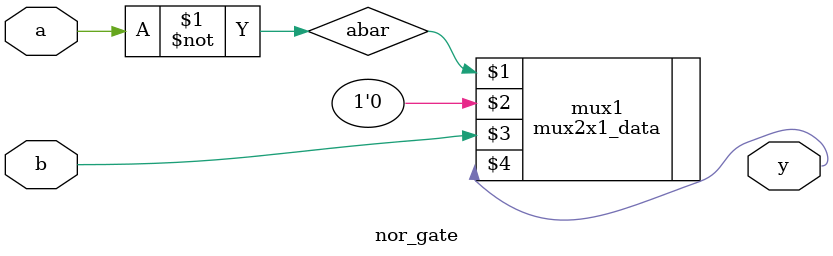
<source format=v>
module nor_gate(a,b,y);

input a,b;
output y;

wire abar;

mux2x1_data mux1(abar,1'b0,b,y);
not g1(abar,a);

endmodule

</source>
